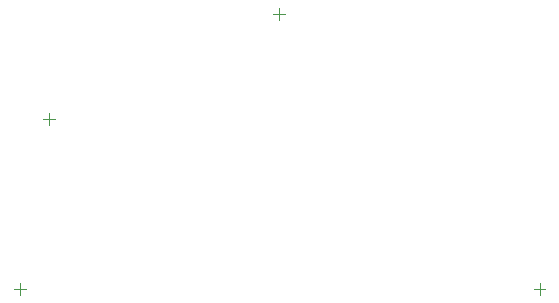
<source format=gbr>
%TF.GenerationSoftware,Altium Limited,Altium Designer,24.3.1 (35)*%
G04 Layer_Color=32896*
%FSLAX43Y43*%
%MOMM*%
%TF.SameCoordinates,9DAA59CA-406A-4E62-98C5-13318CB5E6F2*%
%TF.FilePolarity,Positive*%
%TF.FileFunction,Other,Top_Component_Center*%
%TF.Part,Single*%
G01*
G75*
%TA.AperFunction,NonConductor*%
%ADD67C,0.100*%
D67*
X10490Y38927D02*
Y39927D01*
X9990Y39427D02*
X10990D01*
X29421Y48336D02*
X30421D01*
X29921Y47836D02*
Y48836D01*
X51500Y25000D02*
X52500D01*
X52000Y24500D02*
Y25500D01*
X8000Y24500D02*
Y25500D01*
X7500Y25000D02*
X8500D01*
%TF.MD5,a22bd55567aaf3267f938e66bb5a1977*%
M02*

</source>
